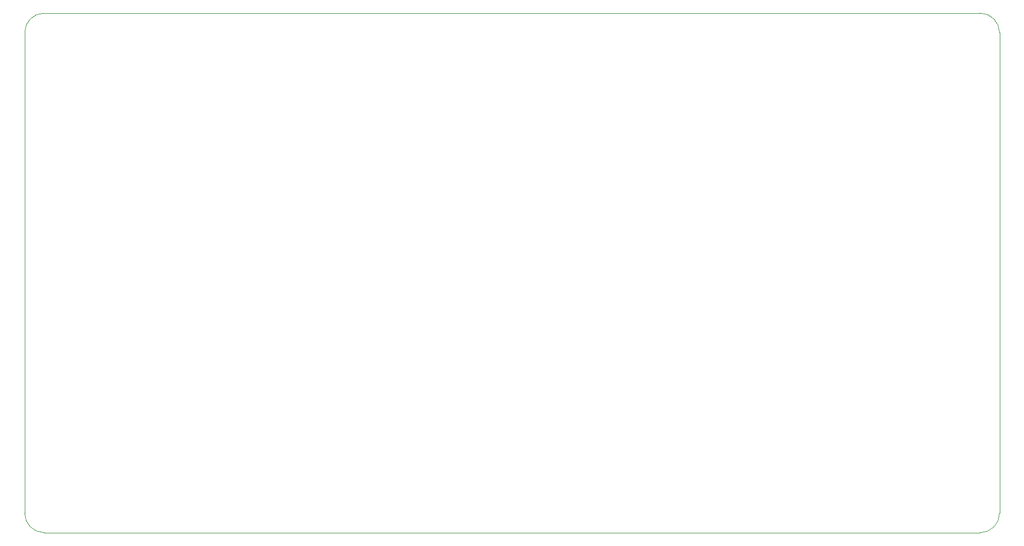
<source format=gbr>
%TF.GenerationSoftware,KiCad,Pcbnew,7.0.10*%
%TF.CreationDate,2024-02-09T22:35:13+09:00*%
%TF.ProjectId,game_pad,67616d65-5f70-4616-942e-6b696361645f,1*%
%TF.SameCoordinates,Original*%
%TF.FileFunction,Profile,NP*%
%FSLAX46Y46*%
G04 Gerber Fmt 4.6, Leading zero omitted, Abs format (unit mm)*
G04 Created by KiCad (PCBNEW 7.0.10) date 2024-02-09 22:35:13*
%MOMM*%
%LPD*%
G01*
G04 APERTURE LIST*
%TA.AperFunction,Profile*%
%ADD10C,0.100000*%
%TD*%
G04 APERTURE END LIST*
D10*
X192000000Y-144000000D02*
G75*
G03*
X195000000Y-141000000I0J3000000D01*
G01*
X195000000Y-67000000D02*
G75*
G03*
X192000000Y-64000000I-3000000J0D01*
G01*
X45000000Y-141000000D02*
G75*
G03*
X48000000Y-144000000I3000000J0D01*
G01*
X192000000Y-64000000D02*
X48000000Y-64000000D01*
X48000000Y-144000000D02*
X192000000Y-144000000D01*
X195000000Y-141000000D02*
X195000000Y-67000000D01*
X48000000Y-64000000D02*
G75*
G03*
X45000000Y-67000000I0J-3000000D01*
G01*
X45000000Y-67000000D02*
X45000000Y-141000000D01*
M02*

</source>
